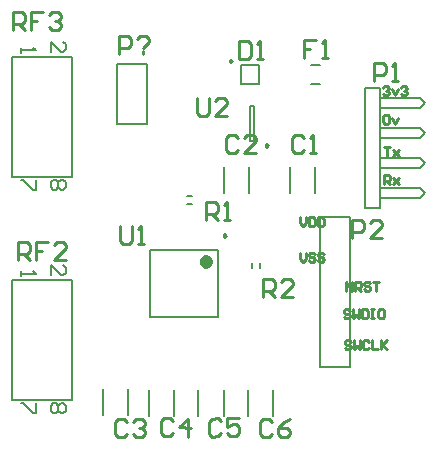
<source format=gto>
G04*
G04 #@! TF.GenerationSoftware,Altium Limited,Altium Designer,20.2.6 (244)*
G04*
G04 Layer_Color=65535*
%FSLAX25Y25*%
%MOIN*%
G70*
G04*
G04 #@! TF.SameCoordinates,B2635FF8-235B-44FB-8225-BCA2550F652E*
G04*
G04*
G04 #@! TF.FilePolarity,Positive*
G04*
G01*
G75*
%ADD10C,0.02362*%
%ADD11C,0.00984*%
%ADD12C,0.00787*%
%ADD13C,0.01000*%
%ADD14C,0.00800*%
D10*
X83965Y67783D02*
X83520Y68707D01*
X82521Y68935D01*
X81719Y68296D01*
Y67271D01*
X82521Y66632D01*
X83520Y66860D01*
X83965Y67783D01*
D11*
X89476Y76346D02*
X88738Y76773D01*
Y75920D01*
X89476Y76346D01*
X103441Y106476D02*
X102703Y106903D01*
Y106050D01*
X103441Y106476D01*
X91618Y134567D02*
X90880Y134993D01*
Y134141D01*
X91618Y134567D01*
D12*
X64280Y49279D02*
Y71720D01*
X86721Y49279D02*
Y71720D01*
X64280Y49279D02*
X86721D01*
X64280Y71720D02*
X86721D01*
X97634Y107854D02*
X98815D01*
X97634Y119665D02*
X98815D01*
Y107854D02*
Y119665D01*
X97634Y107854D02*
Y119665D01*
X94492Y133248D02*
X100634D01*
Y126752D02*
Y133248D01*
X94492Y126752D02*
X100634D01*
X94492D02*
Y133248D01*
X98122Y65510D02*
Y67085D01*
X100878Y65510D02*
Y67085D01*
X76463Y89628D02*
X78037D01*
X76463Y86872D02*
X78037D01*
X117774Y133150D02*
X120726D01*
X117774Y126850D02*
X120726D01*
X96768Y16369D02*
Y25031D01*
X105232Y16369D02*
Y25031D01*
X80268Y16269D02*
Y24931D01*
X88732Y16269D02*
Y24931D01*
X63668Y16269D02*
Y24931D01*
X72132Y16269D02*
Y24931D01*
X48468Y16469D02*
Y25131D01*
X56932Y16469D02*
Y25131D01*
X88768Y90669D02*
Y99331D01*
X97232Y90669D02*
Y99331D01*
X110768Y90716D02*
Y99378D01*
X119232Y90716D02*
Y99378D01*
X53100Y133400D02*
X63100D01*
Y113400D02*
Y133400D01*
X53100Y113400D02*
X63100D01*
X53100D02*
Y133400D01*
X18000Y96000D02*
Y136000D01*
X38000Y96000D02*
Y136000D01*
X18000D02*
X38000D01*
X18000Y96000D02*
X38000D01*
X18000Y21500D02*
Y61500D01*
X38000Y21500D02*
Y61500D01*
X18000D02*
X38000D01*
X18000Y21500D02*
X38000D01*
X120750Y82500D02*
X130750D01*
Y32500D02*
Y82500D01*
X120750Y32500D02*
Y82500D01*
Y32500D02*
X130750D01*
X135900Y85600D02*
Y125600D01*
X140900Y122267D02*
X154233D01*
X155900Y120600D01*
X154233Y118933D02*
X155900Y120600D01*
X140900Y118933D02*
X154233D01*
X140900Y112267D02*
X154233D01*
X155900Y110600D01*
X154233Y108933D02*
X155900Y110600D01*
X140900Y108933D02*
X154233D01*
X140900Y102267D02*
X154233D01*
X155900Y100600D01*
X154233Y98933D02*
X155900Y100600D01*
X140900Y98933D02*
X154233D01*
X140900Y92267D02*
X154233D01*
X155900Y90600D01*
X154233Y88933D02*
X155900Y90600D01*
X140900Y88933D02*
X154233D01*
X135900Y85600D02*
X140900D01*
X135900Y125600D02*
X140900D01*
Y85600D02*
Y125600D01*
D13*
X54301Y79499D02*
Y74501D01*
X55301Y73501D01*
X57300D01*
X58300Y74501D01*
Y79499D01*
X60299Y73501D02*
X62299D01*
X61299D01*
Y79499D01*
X60299Y78499D01*
X79802Y122299D02*
Y117301D01*
X80801Y116301D01*
X82801D01*
X83800Y117301D01*
Y122299D01*
X89798Y116301D02*
X85800D01*
X89798Y120300D01*
Y121299D01*
X88799Y122299D01*
X86799D01*
X85800Y121299D01*
X93901Y141299D02*
Y135301D01*
X96900D01*
X97900Y136301D01*
Y140299D01*
X96900Y141299D01*
X93901D01*
X99899Y135301D02*
X101899D01*
X100899D01*
Y141299D01*
X99899Y140299D01*
X101702Y55801D02*
Y61799D01*
X104701D01*
X105700Y60799D01*
Y58800D01*
X104701Y57800D01*
X101702D01*
X103701D02*
X105700Y55801D01*
X111698D02*
X107700D01*
X111698Y59800D01*
Y60799D01*
X110699Y61799D01*
X108699D01*
X107700Y60799D01*
X82701Y81601D02*
Y87599D01*
X85700D01*
X86700Y86599D01*
Y84600D01*
X85700Y83600D01*
X82701D01*
X84701D02*
X86700Y81601D01*
X88699D02*
X90699D01*
X89699D01*
Y87599D01*
X88699Y86599D01*
X119500Y141399D02*
X115501D01*
Y138400D01*
X117501D01*
X115501D01*
Y135401D01*
X121499D02*
X123499D01*
X122499D01*
Y141399D01*
X121499Y140399D01*
X104900Y14299D02*
X103901Y15299D01*
X101901Y15299D01*
X100902Y14299D01*
X100902Y10301D01*
X101901Y9301D01*
X103901Y9301D01*
X104900Y10301D01*
X110898Y15299D02*
X108899Y14299D01*
X106900Y12300D01*
X106900Y10301D01*
X107899Y9301D01*
X109899Y9301D01*
X110898Y10300D01*
X110898Y11300D01*
X109899Y12300D01*
X106900Y12300D01*
X87792Y14395D02*
X86788Y15391D01*
X84789Y15383D01*
X83793Y14379D01*
X83810Y10380D01*
X84813Y9385D01*
X86813Y9393D01*
X87809Y10397D01*
X93786Y15419D02*
X89788Y15403D01*
X89800Y12404D01*
X91795Y13412D01*
X92795Y13416D01*
X93798Y12420D01*
X93806Y10421D01*
X92811Y9417D01*
X90812Y9409D01*
X89808Y10405D01*
X71809Y14403D02*
X70813Y15407D01*
X68814Y15416D01*
X67810Y14420D01*
X67793Y10422D01*
X68789Y9418D01*
X70788Y9409D01*
X71792Y10405D01*
X76786Y9384D02*
X76811Y15382D01*
X73800Y12396D01*
X77798Y12379D01*
X56594Y14296D02*
X55592Y15293D01*
X53592Y15287D01*
X52596Y14285D01*
X52608Y10286D01*
X53610Y9289D01*
X55610Y9295D01*
X56606Y10298D01*
X58594Y14302D02*
X59590Y15305D01*
X61590Y15311D01*
X62592Y14314D01*
X62595Y13315D01*
X61599Y12312D01*
X60599Y12309D01*
X61599Y12312D01*
X62601Y11315D01*
X62604Y10316D01*
X61608Y9313D01*
X59608Y9307D01*
X58606Y10304D01*
X93333Y108946D02*
X92333Y109945D01*
X90334D01*
X89334Y108946D01*
Y104947D01*
X90334Y103947D01*
X92333D01*
X93333Y104947D01*
X99331Y103947D02*
X95332D01*
X99331Y107946D01*
Y108946D01*
X98331Y109945D01*
X96332D01*
X95332Y108946D01*
X115386D02*
X114386Y109945D01*
X112387D01*
X111387Y108946D01*
Y104947D01*
X112387Y103947D01*
X114386D01*
X115386Y104947D01*
X117385Y103947D02*
X119384D01*
X118385D01*
Y109945D01*
X117385Y108946D01*
X53750Y136750D02*
Y142748D01*
X56749D01*
X57749Y141748D01*
Y139749D01*
X56749Y138749D01*
X53750D01*
X59748Y141748D02*
X60748Y142748D01*
X62747D01*
X63747Y141748D01*
Y140749D01*
X61747Y138749D01*
Y137750D02*
Y136750D01*
X18587Y144800D02*
Y150798D01*
X21586D01*
X22586Y149798D01*
Y147799D01*
X21586Y146799D01*
X18587D01*
X20586D02*
X22586Y144800D01*
X28584Y150798D02*
X24585D01*
Y147799D01*
X26584D01*
X24585D01*
Y144800D01*
X30583Y149798D02*
X31583Y150798D01*
X33582D01*
X34582Y149798D01*
Y148799D01*
X33582Y147799D01*
X32583D01*
X33582D01*
X34582Y146799D01*
Y145800D01*
X33582Y144800D01*
X31583D01*
X30583Y145800D01*
X20103Y68201D02*
Y74199D01*
X23102D01*
X24101Y73199D01*
Y71200D01*
X23102Y70200D01*
X20103D01*
X22102D02*
X24101Y68201D01*
X30099Y74199D02*
X26101D01*
Y71200D01*
X28100D01*
X26101D01*
Y68201D01*
X36097D02*
X32099D01*
X36097Y72200D01*
Y73199D01*
X35098Y74199D01*
X33098D01*
X32099Y73199D01*
X131502Y75601D02*
Y81599D01*
X134501D01*
X135500Y80599D01*
Y78600D01*
X134501Y77600D01*
X131502D01*
X141498Y75601D02*
X137500D01*
X141498Y79600D01*
Y80599D01*
X140499Y81599D01*
X138499D01*
X137500Y80599D01*
X138701Y127801D02*
Y133799D01*
X141700D01*
X142700Y132799D01*
Y130800D01*
X141700Y129800D01*
X138701D01*
X144699Y127801D02*
X146699D01*
X145699D01*
Y133799D01*
X144699Y132799D01*
X130999Y40999D02*
X130499Y41499D01*
X129500D01*
X129000Y40999D01*
Y40499D01*
X129500Y39999D01*
X130499D01*
X130999Y39500D01*
Y39000D01*
X130499Y38500D01*
X129500D01*
X129000Y39000D01*
X131999Y41499D02*
Y38500D01*
X132999Y39500D01*
X133998Y38500D01*
Y41499D01*
X136997Y40999D02*
X136498Y41499D01*
X135498D01*
X134998Y40999D01*
Y39000D01*
X135498Y38500D01*
X136498D01*
X136997Y39000D01*
X137997Y41499D02*
Y38500D01*
X139996D01*
X140996Y41499D02*
Y38500D01*
Y39500D01*
X142996Y41499D01*
X141496Y39999D01*
X142996Y38500D01*
X114100Y70699D02*
Y68700D01*
X115100Y67700D01*
X116099Y68700D01*
Y70699D01*
X119098Y70199D02*
X118599Y70699D01*
X117599D01*
X117099Y70199D01*
Y69699D01*
X117599Y69200D01*
X118599D01*
X119098Y68700D01*
Y68200D01*
X118599Y67700D01*
X117599D01*
X117099Y68200D01*
X122097Y70199D02*
X121598Y70699D01*
X120598D01*
X120098Y70199D01*
Y69699D01*
X120598Y69200D01*
X121598D01*
X122097Y68700D01*
Y68200D01*
X121598Y67700D01*
X120598D01*
X120098Y68200D01*
X114100Y82499D02*
Y80500D01*
X115100Y79500D01*
X116099Y80500D01*
Y82499D01*
X117099D02*
Y79500D01*
X118599D01*
X119098Y80000D01*
Y81999D01*
X118599Y82499D01*
X117099D01*
X120098D02*
Y79500D01*
X121598D01*
X122097Y80000D01*
Y81999D01*
X121598Y82499D01*
X120098D01*
X142200Y93400D02*
Y96399D01*
X143700D01*
X144199Y95899D01*
Y94899D01*
X143700Y94400D01*
X142200D01*
X143200D02*
X144199Y93400D01*
X145199Y95399D02*
X147198Y93400D01*
X146199Y94400D01*
X147198Y95399D01*
X145199Y93400D01*
X142200Y105899D02*
X144199D01*
X143200D01*
Y102900D01*
X145199Y104899D02*
X147198Y102900D01*
X146199Y103900D01*
X147198Y104899D01*
X145199Y102900D01*
X130799Y51299D02*
X130299Y51799D01*
X129300D01*
X128800Y51299D01*
Y50799D01*
X129300Y50300D01*
X130299D01*
X130799Y49800D01*
Y49300D01*
X130299Y48800D01*
X129300D01*
X128800Y49300D01*
X131799Y51799D02*
Y48800D01*
X132799Y49800D01*
X133798Y48800D01*
Y51799D01*
X134798D02*
Y48800D01*
X136298D01*
X136797Y49300D01*
Y51299D01*
X136298Y51799D01*
X134798D01*
X137797D02*
X138797D01*
X138297D01*
Y48800D01*
X137797D01*
X138797D01*
X141796Y51799D02*
X140796D01*
X140296Y51299D01*
Y49300D01*
X140796Y48800D01*
X141796D01*
X142296Y49300D01*
Y51299D01*
X141796Y51799D01*
X141900Y116099D02*
X142400Y116599D01*
X143400D01*
X143899Y116099D01*
Y114100D01*
X143400Y113600D01*
X142400D01*
X141900Y114100D01*
Y116099D01*
X144899Y115599D02*
X145899Y113600D01*
X146898Y115599D01*
X129600Y58000D02*
Y60999D01*
X131599Y58000D01*
Y60999D01*
X132599Y58000D02*
Y60999D01*
X134099D01*
X134598Y60499D01*
Y59500D01*
X134099Y59000D01*
X132599D01*
X133599D02*
X134598Y58000D01*
X137597Y60499D02*
X137098Y60999D01*
X136098D01*
X135598Y60499D01*
Y59999D01*
X136098Y59500D01*
X137098D01*
X137597Y59000D01*
Y58500D01*
X137098Y58000D01*
X136098D01*
X135598Y58500D01*
X138597Y60999D02*
X140596D01*
X139597D01*
Y58000D01*
X141800Y125599D02*
X142300Y126099D01*
X143299D01*
X143799Y125599D01*
Y125099D01*
X143299Y124600D01*
X142800D01*
X143299D01*
X143799Y124100D01*
Y123600D01*
X143299Y123100D01*
X142300D01*
X141800Y123600D01*
X144799Y125099D02*
X145799Y123100D01*
X146798Y125099D01*
X147798Y125599D02*
X148298Y126099D01*
X149298D01*
X149797Y125599D01*
Y125099D01*
X149298Y124600D01*
X148798D01*
X149298D01*
X149797Y124100D01*
Y123600D01*
X149298Y123100D01*
X148298D01*
X147798Y123600D01*
D14*
X31000Y137668D02*
Y141000D01*
X34332Y137668D01*
X35165D01*
X35998Y138501D01*
Y140167D01*
X35165Y141000D01*
X21000Y139000D02*
Y137334D01*
Y138167D01*
X25998D01*
X25165Y139000D01*
X25998Y95000D02*
Y91668D01*
X25165D01*
X21833Y95000D01*
X21000D01*
X35165D02*
X35998Y94167D01*
Y92501D01*
X35165Y91668D01*
X34332D01*
X33499Y92501D01*
X32666Y91668D01*
X31833D01*
X31000Y92501D01*
Y94167D01*
X31833Y95000D01*
X32666D01*
X33499Y94167D01*
X34332Y95000D01*
X35165D01*
X33499Y94167D02*
Y92501D01*
X31000Y63168D02*
Y66500D01*
X34332Y63168D01*
X35165D01*
X35998Y64001D01*
Y65667D01*
X35165Y66500D01*
X21000Y64500D02*
Y62834D01*
Y63667D01*
X25998D01*
X25165Y64500D01*
X25998Y20500D02*
Y17168D01*
X25165D01*
X21833Y20500D01*
X21000D01*
X35165D02*
X35998Y19667D01*
Y18001D01*
X35165Y17168D01*
X34332D01*
X33499Y18001D01*
X32666Y17168D01*
X31833D01*
X31000Y18001D01*
Y19667D01*
X31833Y20500D01*
X32666D01*
X33499Y19667D01*
X34332Y20500D01*
X35165D01*
X33499Y19667D02*
Y18001D01*
M02*

</source>
